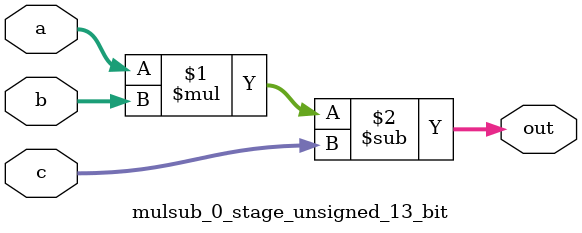
<source format=sv>
(* use_dsp = "yes" *) module mulsub_0_stage_unsigned_13_bit(
	input  [12:0] a,
	input  [12:0] b,
	input  [12:0] c,
	output [12:0] out
	);

	assign out = (a * b) - c;
endmodule

</source>
